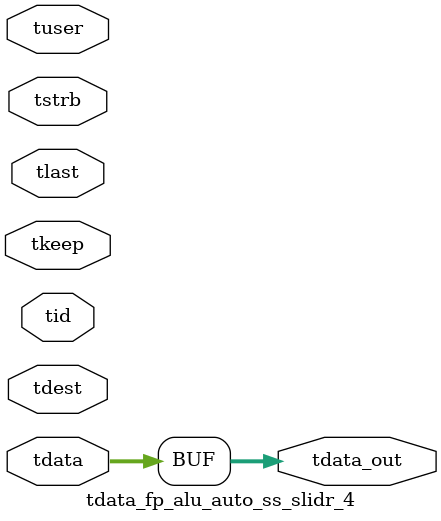
<source format=v>


`timescale 1ps/1ps

module tdata_fp_alu_auto_ss_slidr_4 #
(
parameter C_S_AXIS_TDATA_WIDTH = 32,
parameter C_S_AXIS_TUSER_WIDTH = 0,
parameter C_S_AXIS_TID_WIDTH   = 0,
parameter C_S_AXIS_TDEST_WIDTH = 0,
parameter C_M_AXIS_TDATA_WIDTH = 32
)
(
input  [(C_S_AXIS_TDATA_WIDTH == 0 ? 1 : C_S_AXIS_TDATA_WIDTH)-1:0     ] tdata,
input  [(C_S_AXIS_TUSER_WIDTH == 0 ? 1 : C_S_AXIS_TUSER_WIDTH)-1:0     ] tuser,
input  [(C_S_AXIS_TID_WIDTH   == 0 ? 1 : C_S_AXIS_TID_WIDTH)-1:0       ] tid,
input  [(C_S_AXIS_TDEST_WIDTH == 0 ? 1 : C_S_AXIS_TDEST_WIDTH)-1:0     ] tdest,
input  [(C_S_AXIS_TDATA_WIDTH/8)-1:0 ] tkeep,
input  [(C_S_AXIS_TDATA_WIDTH/8)-1:0 ] tstrb,
input                                                                    tlast,
output [C_M_AXIS_TDATA_WIDTH-1:0] tdata_out
);

assign tdata_out = {tdata[31:0]};

endmodule


</source>
